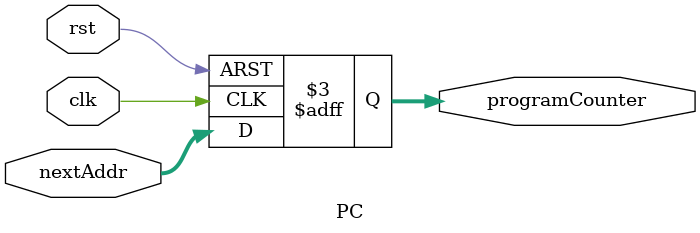
<source format=v>
module PC(nextAddr, clk, rst, programCounter);

input wire [15:0] nextAddr;
input clk, rst;
output reg [15:0] programCounter;

always @(posedge clk, negedge rst) begin
	if (~rst) begin
		programCounter <= 16'd0;
	end else begin
		programCounter <= nextAddr;
	end
////$display("programCounter=%d, nextAddr=%d", programCounter, nextAddr); 
end

endmodule

</source>
